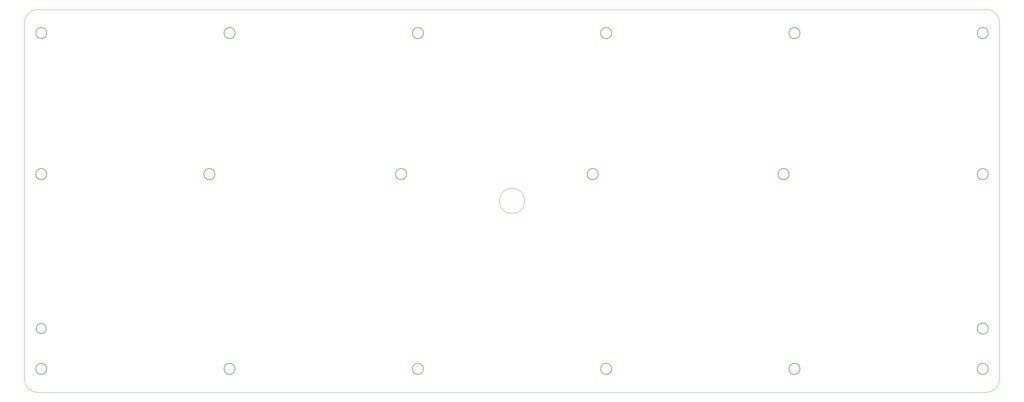
<source format=gm1>
G04 #@! TF.GenerationSoftware,KiCad,Pcbnew,(5.1.10)-1*
G04 #@! TF.CreationDate,2022-07-15T10:43:49-04:00*
G04 #@! TF.ProjectId,CoCo2SwitchBoard,436f436f-3253-4776-9974-6368426f6172,1.0*
G04 #@! TF.SameCoordinates,Original*
G04 #@! TF.FileFunction,Profile,NP*
%FSLAX46Y46*%
G04 Gerber Fmt 4.6, Leading zero omitted, Abs format (unit mm)*
G04 Created by KiCad (PCBNEW (5.1.10)-1) date 2022-07-15 10:43:49*
%MOMM*%
%LPD*%
G01*
G04 APERTURE LIST*
G04 #@! TA.AperFunction,Profile*
%ADD10C,0.150000*%
G04 #@! TD*
G04 #@! TA.AperFunction,Profile*
%ADD11C,0.050000*%
G04 #@! TD*
G04 APERTURE END LIST*
D10*
X165650000Y58000000D02*
G75*
G03*
X165650000Y58000000I-1650000J0D01*
G01*
X281650000Y58000000D02*
G75*
G03*
X281650000Y58000000I-1650000J0D01*
G01*
X281650000Y12000000D02*
G75*
G03*
X281650000Y12000000I-1650000J0D01*
G01*
D11*
X143750000Y50000000D02*
G75*
G03*
X143750000Y50000000I-3750000J0D01*
G01*
X-5000000Y103000000D02*
G75*
G02*
X-1000000Y107000000I4000000J0D01*
G01*
X281000000Y107000000D02*
G75*
G02*
X285000000Y103000000I0J-4000000D01*
G01*
X-1000000Y107000000D02*
X281000000Y107000000D01*
X-1000000Y-7000000D02*
G75*
G02*
X-5000000Y-3000000I0J4000000D01*
G01*
X285000000Y-3000000D02*
G75*
G02*
X281000000Y-7000000I-4000000J0D01*
G01*
X-1000000Y-7000000D02*
X281000000Y-7000000D01*
X281000000Y-7000000D02*
X281000000Y-7000000D01*
D10*
X108650000Y58000000D02*
G75*
G03*
X108650000Y58000000I-1650000J0D01*
G01*
X222400000Y58000000D02*
G75*
G03*
X222400000Y58000000I-1650000J0D01*
G01*
X169650000Y100000000D02*
G75*
G03*
X169650000Y100000000I-1650000J0D01*
G01*
X225650000Y100000000D02*
G75*
G03*
X225650000Y100000000I-1650000J0D01*
G01*
X281650000Y100000000D02*
G75*
G03*
X281650000Y100000000I-1650000J0D01*
G01*
X51650000Y58000000D02*
G75*
G03*
X51650000Y58000000I-1650000J0D01*
G01*
X281650000Y0D02*
G75*
G03*
X281650000Y0I-1650000J0D01*
G01*
X225650000Y0D02*
G75*
G03*
X225650000Y0I-1650000J0D01*
G01*
X169650000Y0D02*
G75*
G03*
X169650000Y0I-1650000J0D01*
G01*
X113650000Y0D02*
G75*
G03*
X113650000Y0I-1650000J0D01*
G01*
X57650000Y0D02*
G75*
G03*
X57650000Y0I-1650000J0D01*
G01*
X113650000Y100000000D02*
G75*
G03*
X113650000Y100000000I-1650000J0D01*
G01*
X57650000Y100000000D02*
G75*
G03*
X57650000Y100000000I-1650000J0D01*
G01*
X1650000Y100000000D02*
G75*
G03*
X1650000Y100000000I-1650000J0D01*
G01*
X1650000Y58000000D02*
G75*
G03*
X1650000Y58000000I-1650000J0D01*
G01*
X1650000Y0D02*
G75*
G03*
X1650000Y0I-1650000J0D01*
G01*
X1500000Y12000000D02*
G75*
G03*
X1500000Y12000000I-1500000J0D01*
G01*
D11*
X285000000Y-3000000D02*
X285000000Y103000000D01*
X-5000000Y103000000D02*
X-5000000Y-3000000D01*
M02*

</source>
